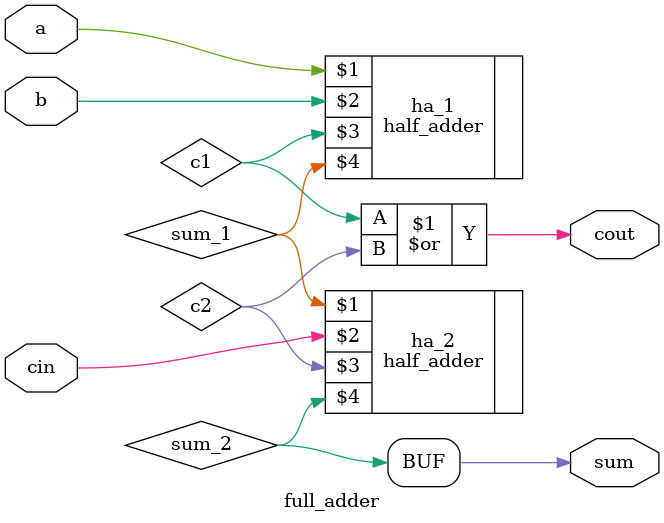
<source format=v>
module full_adder(a, b, cin, cout, sum);
    input a, b, cin;        // bits to add, A, B and carry in
    output cout, sum;       // carry out and summation

    wire c1;            // carry out for A, used to calculate final carry out
    wire c2;            // carry out for B, used to calculate final carry out
    wire sum_1;             // summation for A, goes to A bit for 2nd half adder
    wire sum_2;             // summation for B, used to calculte final sum

    half_adder ha_1(a,     b,   c1, sum_1);        // set up first half adder
    half_adder ha_2(sum_1, cin, c2, sum_2);  // set up second half adder

    assign cout = c1 | c2;  // calculate carry out
    assign sum = sum_2;             // calculate sum

endmodule
</source>
